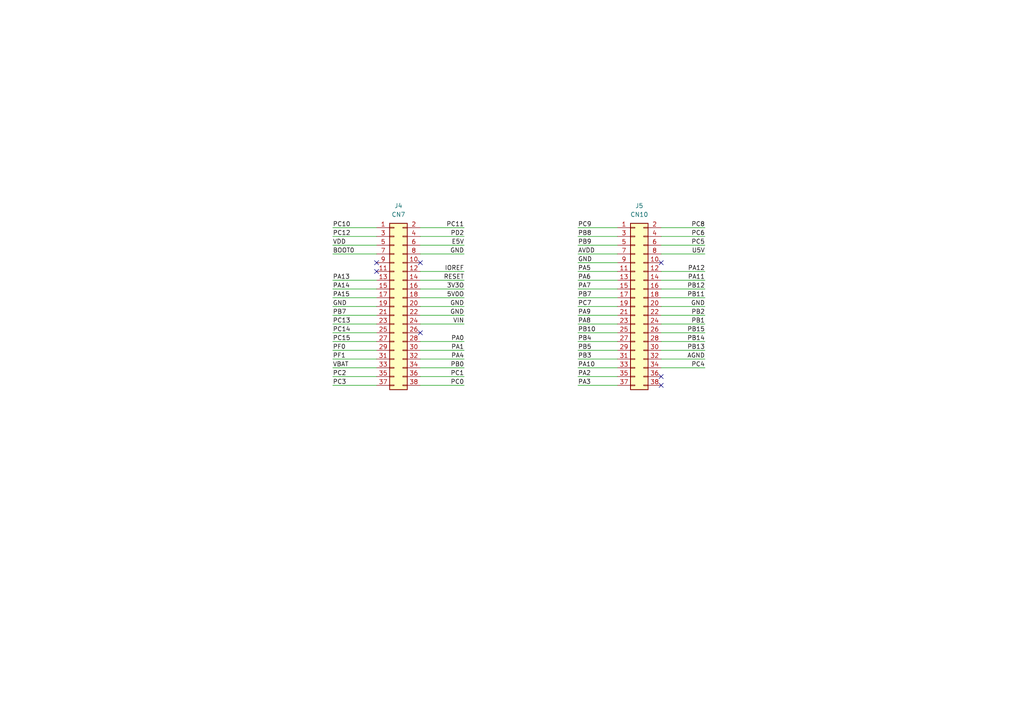
<source format=kicad_sch>
(kicad_sch (version 20230121) (generator eeschema)
  (paper "A4")
  (lib_symbols
    (symbol "Connector_Generic:Conn_02x19_Odd_Even" (pin_names (offset 1.016) hide)
      (property "Reference" "J" (at 1.27 25.4 0))
      (property "Value" "Conn_02x19_Odd_Even" (at 1.27 -25.4 0))
      (symbol "Conn_02x19_Odd_Even_1_1"
        (rectangle (start -1.27 -22.733) (end 0 -22.987) (stroke (width 0.1524)))
        (rectangle (start -1.27 -20.193) (end 0 -20.447) (stroke (width 0.1524)))
        (rectangle (start -1.27 -17.653) (end 0 -17.907) (stroke (width 0.1524)))
        (rectangle (start -1.27 -15.113) (end 0 -15.367) (stroke (width 0.1524)))
        (rectangle (start -1.27 -12.573) (end 0 -12.827) (stroke (width 0.1524)))
        (rectangle (start -1.27 -10.033) (end 0 -10.287) (stroke (width 0.1524)))
        (rectangle (start -1.27 -7.493) (end 0 -7.747) (stroke (width 0.1524)))
        (rectangle (start -1.27 -4.953) (end 0 -5.207) (stroke (width 0.1524)))
        (rectangle (start -1.27 -2.413) (end 0 -2.667) (stroke (width 0.1524)))
        (rectangle (start -1.27 0.127) (end 0 -0.127) (stroke (width 0.1524)))
        (rectangle (start -1.27 2.667) (end 0 2.413) (stroke (width 0.1524)))
        (rectangle (start -1.27 5.207) (end 0 4.953) (stroke (width 0.1524)))
        (rectangle (start -1.27 7.747) (end 0 7.493) (stroke (width 0.1524)))
        (rectangle (start -1.27 10.287) (end 0 10.033) (stroke (width 0.1524)))
        (rectangle (start -1.27 12.827) (end 0 12.573) (stroke (width 0.1524)))
        (rectangle (start -1.27 15.367) (end 0 15.113) (stroke (width 0.1524)))
        (rectangle (start -1.27 17.907) (end 0 17.653) (stroke (width 0.1524)))
        (rectangle (start -1.27 20.447) (end 0 20.193) (stroke (width 0.1524)))
        (rectangle (start -1.27 22.987) (end 0 22.733) (stroke (width 0.1524)))
        (rectangle (start -1.27 24.13) (end 3.81 -24.13) (stroke (width 0.254)) (fill (type background)))
        (rectangle (start 3.81 -22.733) (end 2.54 -22.987) (stroke (width 0.1524)))
        (rectangle (start 3.81 -20.193) (end 2.54 -20.447) (stroke (width 0.1524)))
        (rectangle (start 3.81 -17.653) (end 2.54 -17.907) (stroke (width 0.1524)))
        (rectangle (start 3.81 -15.113) (end 2.54 -15.367) (stroke (width 0.1524)))
        (rectangle (start 3.81 -12.573) (end 2.54 -12.827) (stroke (width 0.1524)))
        (rectangle (start 3.81 -10.033) (end 2.54 -10.287) (stroke (width 0.1524)))
        (rectangle (start 3.81 -7.493) (end 2.54 -7.747) (stroke (width 0.1524)))
        (rectangle (start 3.81 -4.953) (end 2.54 -5.207) (stroke (width 0.1524)))
        (rectangle (start 3.81 -2.413) (end 2.54 -2.667) (stroke (width 0.1524)))
        (rectangle (start 3.81 0.127) (end 2.54 -0.127) (stroke (width 0.1524)))
        (rectangle (start 3.81 2.667) (end 2.54 2.413) (stroke (width 0.1524)))
        (rectangle (start 3.81 5.207) (end 2.54 4.953) (stroke (width 0.1524)))
        (rectangle (start 3.81 7.747) (end 2.54 7.493) (stroke (width 0.1524)))
        (rectangle (start 3.81 10.287) (end 2.54 10.033) (stroke (width 0.1524)))
        (rectangle (start 3.81 12.827) (end 2.54 12.573) (stroke (width 0.1524)))
        (rectangle (start 3.81 15.367) (end 2.54 15.113) (stroke (width 0.1524)))
        (rectangle (start 3.81 17.907) (end 2.54 17.653) (stroke (width 0.1524)))
        (rectangle (start 3.81 20.447) (end 2.54 20.193) (stroke (width 0.1524)))
        (rectangle (start 3.81 22.987) (end 2.54 22.733) (stroke (width 0.1524)))
        (pin passive line (at -5.08 22.86 0) (length 3.81) (name "Pin_1") (number "1"))
        (pin passive line (at 7.62 12.7 180) (length 3.81) (name "Pin_10") (number "10"))
        (pin passive line (at -5.08 10.16 0) (length 3.81) (name "Pin_11") (number "11"))
        (pin passive line (at 7.62 10.16 180) (length 3.81) (name "Pin_12") (number "12"))
        (pin passive line (at -5.08 7.62 0) (length 3.81) (name "Pin_13") (number "13"))
        (pin passive line (at 7.62 7.62 180) (length 3.81) (name "Pin_14") (number "14"))
        (pin passive line (at -5.08 5.08 0) (length 3.81) (name "Pin_15") (number "15"))
        (pin passive line (at 7.62 5.08 180) (length 3.81) (name "Pin_16") (number "16"))
        (pin passive line (at -5.08 2.54 0) (length 3.81) (name "Pin_17") (number "17"))
        (pin passive line (at 7.62 2.54 180) (length 3.81) (name "Pin_18") (number "18"))
        (pin passive line (at -5.08 0 0) (length 3.81) (name "Pin_19") (number "19"))
        (pin passive line (at 7.62 22.86 180) (length 3.81) (name "Pin_2") (number "2"))
        (pin passive line (at 7.62 0 180) (length 3.81) (name "Pin_20") (number "20"))
        (pin passive line (at -5.08 -2.54 0) (length 3.81) (name "Pin_21") (number "21"))
        (pin passive line (at 7.62 -2.54 180) (length 3.81) (name "Pin_22") (number "22"))
        (pin passive line (at -5.08 -5.08 0) (length 3.81) (name "Pin_23") (number "23"))
        (pin passive line (at 7.62 -5.08 180) (length 3.81) (name "Pin_24") (number "24"))
        (pin passive line (at -5.08 -7.62 0) (length 3.81) (name "Pin_25") (number "25"))
        (pin passive line (at 7.62 -7.62 180) (length 3.81) (name "Pin_26") (number "26"))
        (pin passive line (at -5.08 -10.16 0) (length 3.81) (name "Pin_27") (number "27"))
        (pin passive line (at 7.62 -10.16 180) (length 3.81) (name "Pin_28") (number "28"))
        (pin passive line (at -5.08 -12.7 0) (length 3.81) (name "Pin_29") (number "29"))
        (pin passive line (at -5.08 20.32 0) (length 3.81) (name "Pin_3") (number "3"))
        (pin passive line (at 7.62 -12.7 180) (length 3.81) (name "Pin_30") (number "30"))
        (pin passive line (at -5.08 -15.24 0) (length 3.81) (name "Pin_31") (number "31"))
        (pin passive line (at 7.62 -15.24 180) (length 3.81) (name "Pin_32") (number "32"))
        (pin passive line (at -5.08 -17.78 0) (length 3.81) (name "Pin_33") (number "33"))
        (pin passive line (at 7.62 -17.78 180) (length 3.81) (name "Pin_34") (number "34"))
        (pin passive line (at -5.08 -20.32 0) (length 3.81) (name "Pin_35") (number "35"))
        (pin passive line (at 7.62 -20.32 180) (length 3.81) (name "Pin_36") (number "36"))
        (pin passive line (at -5.08 -22.86 0) (length 3.81) (name "Pin_37") (number "37"))
        (pin passive line (at 7.62 -22.86 180) (length 3.81) (name "Pin_38") (number "38"))
        (pin passive line (at 7.62 20.32 180) (length 3.81) (name "Pin_4") (number "4"))
        (pin passive line (at -5.08 17.78 0) (length 3.81) (name "Pin_5") (number "5"))
        (pin passive line (at 7.62 17.78 180) (length 3.81) (name "Pin_6") (number "6"))
        (pin passive line (at -5.08 15.24 0) (length 3.81) (name "Pin_7") (number "7"))
        (pin passive line (at 7.62 15.24 180) (length 3.81) (name "Pin_8") (number "8"))
        (pin passive line (at -5.08 12.7 0) (length 3.81) (name "Pin_9") (number "9"))
      )
    )
  )
  (no_connect (at 109.22 76.2))
  (no_connect (at 191.77 111.76))
  (no_connect (at 121.92 76.2))
  (no_connect (at 191.77 76.2))
  (no_connect (at 109.22 78.74))
  (no_connect (at 121.92 96.52))
  (no_connect (at 191.77 109.22))
  (wire (pts (xy 167.64 76.2) (xy 179.07 76.2)))
  (wire (pts (xy 204.47 81.28) (xy 191.77 81.28)))
  (wire (pts (xy 134.62 86.36) (xy 121.92 86.36)))
  (wire (pts (xy 134.62 81.28) (xy 121.92 81.28)))
  (wire (pts (xy 96.52 88.9) (xy 109.22 88.9)))
  (wire (pts (xy 204.47 99.06) (xy 191.77 99.06)))
  (wire (pts (xy 96.52 106.68) (xy 109.22 106.68)))
  (wire (pts (xy 204.47 106.68) (xy 191.77 106.68)))
  (wire (pts (xy 96.52 71.12) (xy 109.22 71.12)))
  (wire (pts (xy 134.62 111.76) (xy 121.92 111.76)))
  (wire (pts (xy 167.64 111.76) (xy 179.07 111.76)))
  (wire (pts (xy 134.62 88.9) (xy 121.92 88.9)))
  (wire (pts (xy 134.62 104.14) (xy 121.92 104.14)))
  (wire (pts (xy 134.62 78.74) (xy 121.92 78.74)))
  (wire (pts (xy 134.62 101.6) (xy 121.92 101.6)))
  (wire (pts (xy 204.47 83.82) (xy 191.77 83.82)))
  (wire (pts (xy 167.64 66.04) (xy 179.07 66.04)))
  (wire (pts (xy 96.52 86.36) (xy 109.22 86.36)))
  (wire (pts (xy 167.64 81.28) (xy 179.07 81.28)))
  (wire (pts (xy 204.47 66.04) (xy 191.77 66.04)))
  (wire (pts (xy 96.52 81.28) (xy 109.22 81.28)))
  (wire (pts (xy 134.62 73.66) (xy 121.92 73.66)))
  (wire (pts (xy 167.64 104.14) (xy 179.07 104.14)))
  (wire (pts (xy 204.47 78.74) (xy 191.77 78.74)))
  (wire (pts (xy 167.64 101.6) (xy 179.07 101.6)))
  (wire (pts (xy 96.52 101.6) (xy 109.22 101.6)))
  (wire (pts (xy 167.64 68.58) (xy 179.07 68.58)))
  (wire (pts (xy 204.47 73.66) (xy 191.77 73.66)))
  (wire (pts (xy 204.47 96.52) (xy 191.77 96.52)))
  (wire (pts (xy 134.62 91.44) (xy 121.92 91.44)))
  (wire (pts (xy 204.47 68.58) (xy 191.77 68.58)))
  (wire (pts (xy 204.47 104.14) (xy 191.77 104.14)))
  (wire (pts (xy 134.62 83.82) (xy 121.92 83.82)))
  (wire (pts (xy 134.62 99.06) (xy 121.92 99.06)))
  (wire (pts (xy 134.62 93.98) (xy 121.92 93.98)))
  (wire (pts (xy 134.62 68.58) (xy 121.92 68.58)))
  (wire (pts (xy 167.64 93.98) (xy 179.07 93.98)))
  (wire (pts (xy 204.47 86.36) (xy 191.77 86.36)))
  (wire (pts (xy 167.64 106.68) (xy 179.07 106.68)))
  (wire (pts (xy 167.64 91.44) (xy 179.07 91.44)))
  (wire (pts (xy 134.62 109.22) (xy 121.92 109.22)))
  (wire (pts (xy 204.47 93.98) (xy 191.77 93.98)))
  (wire (pts (xy 167.64 78.74) (xy 179.07 78.74)))
  (wire (pts (xy 96.52 66.04) (xy 109.22 66.04)))
  (wire (pts (xy 96.52 99.06) (xy 109.22 99.06)))
  (wire (pts (xy 134.62 106.68) (xy 121.92 106.68)))
  (wire (pts (xy 204.47 91.44) (xy 191.77 91.44)))
  (wire (pts (xy 96.52 109.22) (xy 109.22 109.22)))
  (wire (pts (xy 167.64 73.66) (xy 179.07 73.66)))
  (wire (pts (xy 167.64 96.52) (xy 179.07 96.52)))
  (wire (pts (xy 96.52 111.76) (xy 109.22 111.76)))
  (wire (pts (xy 96.52 96.52) (xy 109.22 96.52)))
  (wire (pts (xy 204.47 88.9) (xy 191.77 88.9)))
  (wire (pts (xy 134.62 66.04) (xy 121.92 66.04)))
  (wire (pts (xy 167.64 86.36) (xy 179.07 86.36)))
  (wire (pts (xy 96.52 83.82) (xy 109.22 83.82)))
  (wire (pts (xy 96.52 68.58) (xy 109.22 68.58)))
  (wire (pts (xy 96.52 73.66) (xy 109.22 73.66)))
  (wire (pts (xy 96.52 91.44) (xy 109.22 91.44)))
  (wire (pts (xy 134.62 71.12) (xy 121.92 71.12)))
  (wire (pts (xy 167.64 88.9) (xy 179.07 88.9)))
  (wire (pts (xy 167.64 109.22) (xy 179.07 109.22)))
  (wire (pts (xy 204.47 71.12) (xy 191.77 71.12)))
  (wire (pts (xy 167.64 71.12) (xy 179.07 71.12)))
  (wire (pts (xy 167.64 83.82) (xy 179.07 83.82)))
  (wire (pts (xy 96.52 104.14) (xy 109.22 104.14)))
  (wire (pts (xy 167.64 99.06) (xy 179.07 99.06)))
  (wire (pts (xy 96.52 93.98) (xy 109.22 93.98)))
  (wire (pts (xy 204.47 101.6) (xy 191.77 101.6)))
  (label "U5V" (at 204.47 73.66 180))
  (label "PB10" (at 167.64 96.52 0))
  (label "PA13" (at 96.52 81.28 0))
  (label "PA4" (at 134.62 104.14 180))
  (label "PB3" (at 167.64 104.14 0))
  (label "PB9" (at 167.64 71.12 0))
  (label "PA11" (at 204.47 81.28 180))
  (label "PC8" (at 204.47 66.04 180))
  (label "3V3O" (at 134.62 83.82 180))
  (label "PB7" (at 96.52 91.44 0))
  (label "PA3" (at 167.64 111.76 0))
  (label "GND" (at 134.62 88.9 180))
  (label "PC1" (at 134.62 109.22 180))
  (label "AVDD" (at 167.64 73.66 0))
  (label "PB7" (at 167.64 86.36 0))
  (label "VDD" (at 96.52 71.12 0))
  (label "PC4" (at 204.47 106.68 180))
  (label "PC15" (at 96.52 99.06 0))
  (label "PA5" (at 167.64 78.74 0))
  (label "PB14" (at 204.47 99.06 180))
  (label "PA8" (at 167.64 93.98 0))
  (label "PC7" (at 167.64 88.9 0))
  (label "E5V" (at 134.62 71.12 180))
  (label "AGND" (at 204.47 104.14 180))
  (label "PB5" (at 167.64 101.6 0))
  (label "PC0" (at 134.62 111.76 180))
  (label "PB4" (at 167.64 99.06 0))
  (label "PA7" (at 167.64 83.82 0))
  (label "GND" (at 167.64 76.2 0))
  (label "PC12" (at 96.52 68.58 0))
  (label "PD2" (at 134.62 68.58 180))
  (label "VIN" (at 134.62 93.98 180))
  (label "5V0O" (at 134.62 86.36 180))
  (label "PC13" (at 96.52 93.98 0))
  (label "PA10" (at 167.64 106.68 0))
  (label "PA12" (at 204.47 78.74 180))
  (label "PC9" (at 167.64 66.04 0))
  (label "RESET" (at 134.62 81.28 180))
  (label "PC3" (at 96.52 111.76 0))
  (label "BOOT0" (at 96.52 73.66 0))
  (label "PB2" (at 204.47 91.44 180))
  (label "VBAT" (at 96.52 106.68 0))
  (label "PA15" (at 96.52 86.36 0))
  (label "PC10" (at 96.52 66.04 0))
  (label "PB15" (at 204.47 96.52 180))
  (label "PC14" (at 96.52 96.52 0))
  (label "PC2" (at 96.52 109.22 0))
  (label "PA14" (at 96.52 83.82 0))
  (label "PA2" (at 167.64 109.22 0))
  (label "PB12" (at 204.47 83.82 180))
  (label "PC11" (at 134.62 66.04 180))
  (label "PC6" (at 204.47 68.58 180))
  (label "PA1" (at 134.62 101.6 180))
  (label "PB0" (at 134.62 106.68 180))
  (label "PB1" (at 204.47 93.98 180))
  (label "PF1" (at 96.52 104.14 0))
  (label "PA6" (at 167.64 81.28 0))
  (label "GND" (at 134.62 91.44 180))
  (label "PC5" (at 204.47 71.12 180))
  (label "PB13" (at 204.47 101.6 180))
  (label "PF0" (at 96.52 101.6 0))
  (label "GND" (at 96.52 88.9 0))
  (label "PA9" (at 167.64 91.44 0))
  (label "GND" (at 204.47 88.9 180))
  (label "PB11" (at 204.47 86.36 180))
  (label "PA0" (at 134.62 99.06 180))
  (label "GND" (at 134.62 73.66 180))
  (label "IOREF" (at 134.62 78.74 180))
  (label "PB8" (at 167.64 68.58 0))
  (symbol (lib_id "Connector_Generic:Conn_02x19_Odd_Even") (at 114.3 88.9 0) (unit 1)
    (property "Reference" "J4" (at 115.57 59.69 0))
    (property "Value" "CN7" (at 115.57 62.23 0))
  )
  (symbol (lib_id "Connector_Generic:Conn_02x19_Odd_Even") (at 184.15 88.9 0) (unit 1)
    (property "Reference" "J5" (at 185.42 59.69 0))
    (property "Value" "CN10" (at 185.42 62.23 0))
  )
)
</source>
